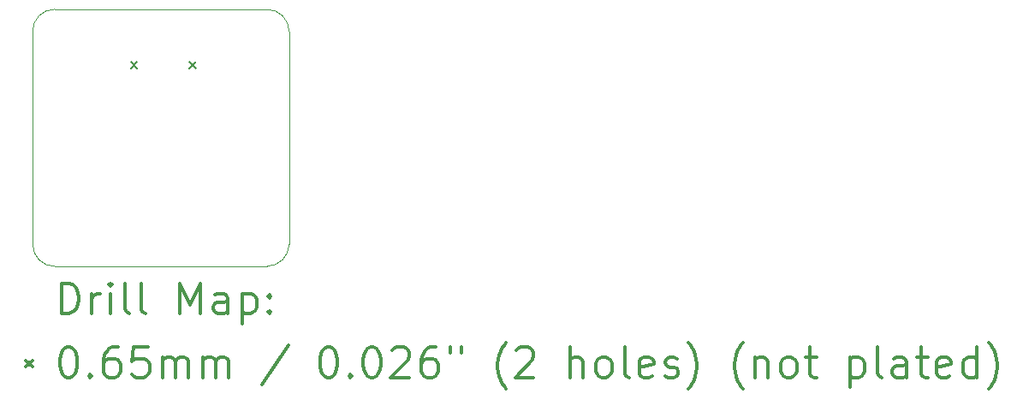
<source format=gbr>
%FSLAX45Y45*%
G04 Gerber Fmt 4.5, Leading zero omitted, Abs format (unit mm)*
G04 Created by KiCad (PCBNEW (5.1.7-0-10_14)) date 2020-10-21 07:28:00*
%MOMM*%
%LPD*%
G01*
G04 APERTURE LIST*
%TA.AperFunction,Profile*%
%ADD10C,0.050000*%
%TD*%
%ADD11C,0.200000*%
%ADD12C,0.300000*%
G04 APERTURE END LIST*
D10*
X10880000Y-3865000D02*
G75*
G02*
X11095000Y-3650000I215000J0D01*
G01*
X11095000Y-6190000D02*
G75*
G02*
X10880000Y-5975000I0J215000D01*
G01*
X13416000Y-5970000D02*
G75*
G02*
X13196000Y-6190000I-220000J0D01*
G01*
X13196000Y-3650000D02*
G75*
G02*
X13416000Y-3870000I0J-220000D01*
G01*
X10880000Y-5975000D02*
X10880000Y-3865000D01*
X13196000Y-6190000D02*
X11095000Y-6190000D01*
X13416000Y-3870000D02*
X13416000Y-5970000D01*
X11095000Y-3650000D02*
X13196000Y-3650000D01*
D11*
X11848500Y-4168000D02*
X11913500Y-4233000D01*
X11913500Y-4168000D02*
X11848500Y-4233000D01*
X12426500Y-4168000D02*
X12491500Y-4233000D01*
X12491500Y-4168000D02*
X12426500Y-4233000D01*
D12*
X11163928Y-6658214D02*
X11163928Y-6358214D01*
X11235357Y-6358214D01*
X11278214Y-6372500D01*
X11306786Y-6401071D01*
X11321071Y-6429643D01*
X11335357Y-6486786D01*
X11335357Y-6529643D01*
X11321071Y-6586786D01*
X11306786Y-6615357D01*
X11278214Y-6643929D01*
X11235357Y-6658214D01*
X11163928Y-6658214D01*
X11463928Y-6658214D02*
X11463928Y-6458214D01*
X11463928Y-6515357D02*
X11478214Y-6486786D01*
X11492500Y-6472500D01*
X11521071Y-6458214D01*
X11549643Y-6458214D01*
X11649643Y-6658214D02*
X11649643Y-6458214D01*
X11649643Y-6358214D02*
X11635357Y-6372500D01*
X11649643Y-6386786D01*
X11663928Y-6372500D01*
X11649643Y-6358214D01*
X11649643Y-6386786D01*
X11835357Y-6658214D02*
X11806786Y-6643929D01*
X11792500Y-6615357D01*
X11792500Y-6358214D01*
X11992500Y-6658214D02*
X11963928Y-6643929D01*
X11949643Y-6615357D01*
X11949643Y-6358214D01*
X12335357Y-6658214D02*
X12335357Y-6358214D01*
X12435357Y-6572500D01*
X12535357Y-6358214D01*
X12535357Y-6658214D01*
X12806786Y-6658214D02*
X12806786Y-6501071D01*
X12792500Y-6472500D01*
X12763928Y-6458214D01*
X12706786Y-6458214D01*
X12678214Y-6472500D01*
X12806786Y-6643929D02*
X12778214Y-6658214D01*
X12706786Y-6658214D01*
X12678214Y-6643929D01*
X12663928Y-6615357D01*
X12663928Y-6586786D01*
X12678214Y-6558214D01*
X12706786Y-6543929D01*
X12778214Y-6543929D01*
X12806786Y-6529643D01*
X12949643Y-6458214D02*
X12949643Y-6758214D01*
X12949643Y-6472500D02*
X12978214Y-6458214D01*
X13035357Y-6458214D01*
X13063928Y-6472500D01*
X13078214Y-6486786D01*
X13092500Y-6515357D01*
X13092500Y-6601071D01*
X13078214Y-6629643D01*
X13063928Y-6643929D01*
X13035357Y-6658214D01*
X12978214Y-6658214D01*
X12949643Y-6643929D01*
X13221071Y-6629643D02*
X13235357Y-6643929D01*
X13221071Y-6658214D01*
X13206786Y-6643929D01*
X13221071Y-6629643D01*
X13221071Y-6658214D01*
X13221071Y-6472500D02*
X13235357Y-6486786D01*
X13221071Y-6501071D01*
X13206786Y-6486786D01*
X13221071Y-6472500D01*
X13221071Y-6501071D01*
X10812500Y-7120000D02*
X10877500Y-7185000D01*
X10877500Y-7120000D02*
X10812500Y-7185000D01*
X11221071Y-6988214D02*
X11249643Y-6988214D01*
X11278214Y-7002500D01*
X11292500Y-7016786D01*
X11306786Y-7045357D01*
X11321071Y-7102500D01*
X11321071Y-7173929D01*
X11306786Y-7231071D01*
X11292500Y-7259643D01*
X11278214Y-7273929D01*
X11249643Y-7288214D01*
X11221071Y-7288214D01*
X11192500Y-7273929D01*
X11178214Y-7259643D01*
X11163928Y-7231071D01*
X11149643Y-7173929D01*
X11149643Y-7102500D01*
X11163928Y-7045357D01*
X11178214Y-7016786D01*
X11192500Y-7002500D01*
X11221071Y-6988214D01*
X11449643Y-7259643D02*
X11463928Y-7273929D01*
X11449643Y-7288214D01*
X11435357Y-7273929D01*
X11449643Y-7259643D01*
X11449643Y-7288214D01*
X11721071Y-6988214D02*
X11663928Y-6988214D01*
X11635357Y-7002500D01*
X11621071Y-7016786D01*
X11592500Y-7059643D01*
X11578214Y-7116786D01*
X11578214Y-7231071D01*
X11592500Y-7259643D01*
X11606786Y-7273929D01*
X11635357Y-7288214D01*
X11692500Y-7288214D01*
X11721071Y-7273929D01*
X11735357Y-7259643D01*
X11749643Y-7231071D01*
X11749643Y-7159643D01*
X11735357Y-7131071D01*
X11721071Y-7116786D01*
X11692500Y-7102500D01*
X11635357Y-7102500D01*
X11606786Y-7116786D01*
X11592500Y-7131071D01*
X11578214Y-7159643D01*
X12021071Y-6988214D02*
X11878214Y-6988214D01*
X11863928Y-7131071D01*
X11878214Y-7116786D01*
X11906786Y-7102500D01*
X11978214Y-7102500D01*
X12006786Y-7116786D01*
X12021071Y-7131071D01*
X12035357Y-7159643D01*
X12035357Y-7231071D01*
X12021071Y-7259643D01*
X12006786Y-7273929D01*
X11978214Y-7288214D01*
X11906786Y-7288214D01*
X11878214Y-7273929D01*
X11863928Y-7259643D01*
X12163928Y-7288214D02*
X12163928Y-7088214D01*
X12163928Y-7116786D02*
X12178214Y-7102500D01*
X12206786Y-7088214D01*
X12249643Y-7088214D01*
X12278214Y-7102500D01*
X12292500Y-7131071D01*
X12292500Y-7288214D01*
X12292500Y-7131071D02*
X12306786Y-7102500D01*
X12335357Y-7088214D01*
X12378214Y-7088214D01*
X12406786Y-7102500D01*
X12421071Y-7131071D01*
X12421071Y-7288214D01*
X12563928Y-7288214D02*
X12563928Y-7088214D01*
X12563928Y-7116786D02*
X12578214Y-7102500D01*
X12606786Y-7088214D01*
X12649643Y-7088214D01*
X12678214Y-7102500D01*
X12692500Y-7131071D01*
X12692500Y-7288214D01*
X12692500Y-7131071D02*
X12706786Y-7102500D01*
X12735357Y-7088214D01*
X12778214Y-7088214D01*
X12806786Y-7102500D01*
X12821071Y-7131071D01*
X12821071Y-7288214D01*
X13406786Y-6973929D02*
X13149643Y-7359643D01*
X13792500Y-6988214D02*
X13821071Y-6988214D01*
X13849643Y-7002500D01*
X13863928Y-7016786D01*
X13878214Y-7045357D01*
X13892500Y-7102500D01*
X13892500Y-7173929D01*
X13878214Y-7231071D01*
X13863928Y-7259643D01*
X13849643Y-7273929D01*
X13821071Y-7288214D01*
X13792500Y-7288214D01*
X13763928Y-7273929D01*
X13749643Y-7259643D01*
X13735357Y-7231071D01*
X13721071Y-7173929D01*
X13721071Y-7102500D01*
X13735357Y-7045357D01*
X13749643Y-7016786D01*
X13763928Y-7002500D01*
X13792500Y-6988214D01*
X14021071Y-7259643D02*
X14035357Y-7273929D01*
X14021071Y-7288214D01*
X14006786Y-7273929D01*
X14021071Y-7259643D01*
X14021071Y-7288214D01*
X14221071Y-6988214D02*
X14249643Y-6988214D01*
X14278214Y-7002500D01*
X14292500Y-7016786D01*
X14306786Y-7045357D01*
X14321071Y-7102500D01*
X14321071Y-7173929D01*
X14306786Y-7231071D01*
X14292500Y-7259643D01*
X14278214Y-7273929D01*
X14249643Y-7288214D01*
X14221071Y-7288214D01*
X14192500Y-7273929D01*
X14178214Y-7259643D01*
X14163928Y-7231071D01*
X14149643Y-7173929D01*
X14149643Y-7102500D01*
X14163928Y-7045357D01*
X14178214Y-7016786D01*
X14192500Y-7002500D01*
X14221071Y-6988214D01*
X14435357Y-7016786D02*
X14449643Y-7002500D01*
X14478214Y-6988214D01*
X14549643Y-6988214D01*
X14578214Y-7002500D01*
X14592500Y-7016786D01*
X14606786Y-7045357D01*
X14606786Y-7073929D01*
X14592500Y-7116786D01*
X14421071Y-7288214D01*
X14606786Y-7288214D01*
X14863928Y-6988214D02*
X14806786Y-6988214D01*
X14778214Y-7002500D01*
X14763928Y-7016786D01*
X14735357Y-7059643D01*
X14721071Y-7116786D01*
X14721071Y-7231071D01*
X14735357Y-7259643D01*
X14749643Y-7273929D01*
X14778214Y-7288214D01*
X14835357Y-7288214D01*
X14863928Y-7273929D01*
X14878214Y-7259643D01*
X14892500Y-7231071D01*
X14892500Y-7159643D01*
X14878214Y-7131071D01*
X14863928Y-7116786D01*
X14835357Y-7102500D01*
X14778214Y-7102500D01*
X14749643Y-7116786D01*
X14735357Y-7131071D01*
X14721071Y-7159643D01*
X15006786Y-6988214D02*
X15006786Y-7045357D01*
X15121071Y-6988214D02*
X15121071Y-7045357D01*
X15563928Y-7402500D02*
X15549643Y-7388214D01*
X15521071Y-7345357D01*
X15506786Y-7316786D01*
X15492500Y-7273929D01*
X15478214Y-7202500D01*
X15478214Y-7145357D01*
X15492500Y-7073929D01*
X15506786Y-7031071D01*
X15521071Y-7002500D01*
X15549643Y-6959643D01*
X15563928Y-6945357D01*
X15663928Y-7016786D02*
X15678214Y-7002500D01*
X15706786Y-6988214D01*
X15778214Y-6988214D01*
X15806786Y-7002500D01*
X15821071Y-7016786D01*
X15835357Y-7045357D01*
X15835357Y-7073929D01*
X15821071Y-7116786D01*
X15649643Y-7288214D01*
X15835357Y-7288214D01*
X16192500Y-7288214D02*
X16192500Y-6988214D01*
X16321071Y-7288214D02*
X16321071Y-7131071D01*
X16306786Y-7102500D01*
X16278214Y-7088214D01*
X16235357Y-7088214D01*
X16206786Y-7102500D01*
X16192500Y-7116786D01*
X16506786Y-7288214D02*
X16478214Y-7273929D01*
X16463928Y-7259643D01*
X16449643Y-7231071D01*
X16449643Y-7145357D01*
X16463928Y-7116786D01*
X16478214Y-7102500D01*
X16506786Y-7088214D01*
X16549643Y-7088214D01*
X16578214Y-7102500D01*
X16592500Y-7116786D01*
X16606786Y-7145357D01*
X16606786Y-7231071D01*
X16592500Y-7259643D01*
X16578214Y-7273929D01*
X16549643Y-7288214D01*
X16506786Y-7288214D01*
X16778214Y-7288214D02*
X16749643Y-7273929D01*
X16735357Y-7245357D01*
X16735357Y-6988214D01*
X17006786Y-7273929D02*
X16978214Y-7288214D01*
X16921071Y-7288214D01*
X16892500Y-7273929D01*
X16878214Y-7245357D01*
X16878214Y-7131071D01*
X16892500Y-7102500D01*
X16921071Y-7088214D01*
X16978214Y-7088214D01*
X17006786Y-7102500D01*
X17021071Y-7131071D01*
X17021071Y-7159643D01*
X16878214Y-7188214D01*
X17135357Y-7273929D02*
X17163928Y-7288214D01*
X17221071Y-7288214D01*
X17249643Y-7273929D01*
X17263928Y-7245357D01*
X17263928Y-7231071D01*
X17249643Y-7202500D01*
X17221071Y-7188214D01*
X17178214Y-7188214D01*
X17149643Y-7173929D01*
X17135357Y-7145357D01*
X17135357Y-7131071D01*
X17149643Y-7102500D01*
X17178214Y-7088214D01*
X17221071Y-7088214D01*
X17249643Y-7102500D01*
X17363928Y-7402500D02*
X17378214Y-7388214D01*
X17406786Y-7345357D01*
X17421071Y-7316786D01*
X17435357Y-7273929D01*
X17449643Y-7202500D01*
X17449643Y-7145357D01*
X17435357Y-7073929D01*
X17421071Y-7031071D01*
X17406786Y-7002500D01*
X17378214Y-6959643D01*
X17363928Y-6945357D01*
X17906786Y-7402500D02*
X17892500Y-7388214D01*
X17863928Y-7345357D01*
X17849643Y-7316786D01*
X17835357Y-7273929D01*
X17821071Y-7202500D01*
X17821071Y-7145357D01*
X17835357Y-7073929D01*
X17849643Y-7031071D01*
X17863928Y-7002500D01*
X17892500Y-6959643D01*
X17906786Y-6945357D01*
X18021071Y-7088214D02*
X18021071Y-7288214D01*
X18021071Y-7116786D02*
X18035357Y-7102500D01*
X18063928Y-7088214D01*
X18106786Y-7088214D01*
X18135357Y-7102500D01*
X18149643Y-7131071D01*
X18149643Y-7288214D01*
X18335357Y-7288214D02*
X18306786Y-7273929D01*
X18292500Y-7259643D01*
X18278214Y-7231071D01*
X18278214Y-7145357D01*
X18292500Y-7116786D01*
X18306786Y-7102500D01*
X18335357Y-7088214D01*
X18378214Y-7088214D01*
X18406786Y-7102500D01*
X18421071Y-7116786D01*
X18435357Y-7145357D01*
X18435357Y-7231071D01*
X18421071Y-7259643D01*
X18406786Y-7273929D01*
X18378214Y-7288214D01*
X18335357Y-7288214D01*
X18521071Y-7088214D02*
X18635357Y-7088214D01*
X18563928Y-6988214D02*
X18563928Y-7245357D01*
X18578214Y-7273929D01*
X18606786Y-7288214D01*
X18635357Y-7288214D01*
X18963928Y-7088214D02*
X18963928Y-7388214D01*
X18963928Y-7102500D02*
X18992500Y-7088214D01*
X19049643Y-7088214D01*
X19078214Y-7102500D01*
X19092500Y-7116786D01*
X19106786Y-7145357D01*
X19106786Y-7231071D01*
X19092500Y-7259643D01*
X19078214Y-7273929D01*
X19049643Y-7288214D01*
X18992500Y-7288214D01*
X18963928Y-7273929D01*
X19278214Y-7288214D02*
X19249643Y-7273929D01*
X19235357Y-7245357D01*
X19235357Y-6988214D01*
X19521071Y-7288214D02*
X19521071Y-7131071D01*
X19506786Y-7102500D01*
X19478214Y-7088214D01*
X19421071Y-7088214D01*
X19392500Y-7102500D01*
X19521071Y-7273929D02*
X19492500Y-7288214D01*
X19421071Y-7288214D01*
X19392500Y-7273929D01*
X19378214Y-7245357D01*
X19378214Y-7216786D01*
X19392500Y-7188214D01*
X19421071Y-7173929D01*
X19492500Y-7173929D01*
X19521071Y-7159643D01*
X19621071Y-7088214D02*
X19735357Y-7088214D01*
X19663928Y-6988214D02*
X19663928Y-7245357D01*
X19678214Y-7273929D01*
X19706786Y-7288214D01*
X19735357Y-7288214D01*
X19949643Y-7273929D02*
X19921071Y-7288214D01*
X19863928Y-7288214D01*
X19835357Y-7273929D01*
X19821071Y-7245357D01*
X19821071Y-7131071D01*
X19835357Y-7102500D01*
X19863928Y-7088214D01*
X19921071Y-7088214D01*
X19949643Y-7102500D01*
X19963928Y-7131071D01*
X19963928Y-7159643D01*
X19821071Y-7188214D01*
X20221071Y-7288214D02*
X20221071Y-6988214D01*
X20221071Y-7273929D02*
X20192500Y-7288214D01*
X20135357Y-7288214D01*
X20106786Y-7273929D01*
X20092500Y-7259643D01*
X20078214Y-7231071D01*
X20078214Y-7145357D01*
X20092500Y-7116786D01*
X20106786Y-7102500D01*
X20135357Y-7088214D01*
X20192500Y-7088214D01*
X20221071Y-7102500D01*
X20335357Y-7402500D02*
X20349643Y-7388214D01*
X20378214Y-7345357D01*
X20392500Y-7316786D01*
X20406786Y-7273929D01*
X20421071Y-7202500D01*
X20421071Y-7145357D01*
X20406786Y-7073929D01*
X20392500Y-7031071D01*
X20378214Y-7002500D01*
X20349643Y-6959643D01*
X20335357Y-6945357D01*
M02*

</source>
